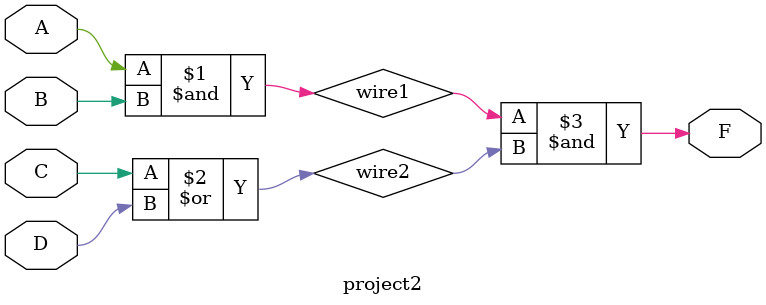
<source format=v>
`timescale 1ns / 1ps

module project2(
 A, 
 B, 
 C, 
 D,
 F);


input wire[0:0]A;
input wire[0:0]B;
input wire[0:0]C;
input wire[0:0]D;
output wire[0:0]F;

wire wire1;
wire wire2;

and(wire1,A,B);
or(wire2,C,D);
and(F,wire1,wire2);

endmodule

</source>
